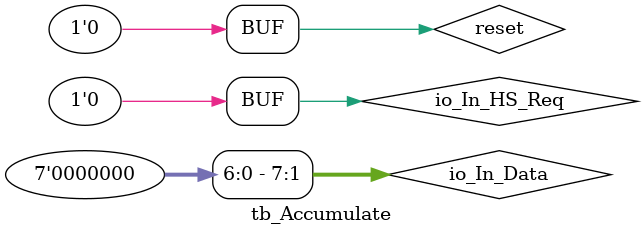
<source format=v>
`timescale 1ns / 1ps


module tb_Accumulate();

	reg		reset, io_In_HS_Req;
	reg		[7:0]  io_In_Data;
	wire	io_In_HS_Ack;
	wire	[15:0] io_Out_Data;
	
	reg		[15:0]	AccuData;

Accumulate	uut(
	0,
	reset,
	io_In_HS_Req,
	io_In_HS_Ack,
	io_In_Data,
	io_Out_HS_Req,
	io_Out_HS_Ack,
	io_Out_Data
);

	initial begin
	reset = 0;
	io_In_HS_Req = 0;
	io_In_Data = 0;
	AccuData = 0;
	#100;
	reset = 1;
	#100;
	reset = 0;
	#100;
	repeat(16)
		begin
		io_In_HS_Req = ~io_In_HS_Req;
		io_In_Data = $random;
		#100;
		AccuData = AccuData + io_In_Data;
		end
	#100;
	if(io_Out_Data == AccuData)
		$display("Test successed!");
	end

	assign	#5 io_Out_HS_Ack = io_Out_HS_Req;
endmodule

</source>
